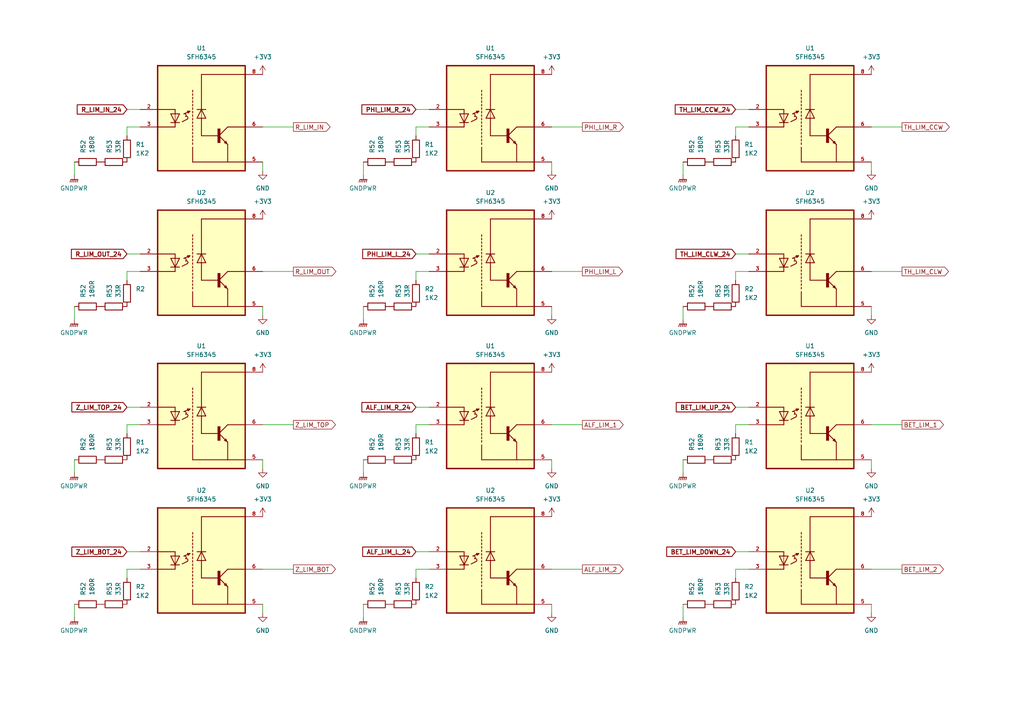
<source format=kicad_sch>
(kicad_sch (version 20230121) (generator eeschema)
  (paper "A4")
  (title_block (title "Karcsi (INDACT Robot Arm) - Limit switch optocouplers") (date "2023-10-07") (rev "1.1") (company "LEGO Kör (legokor.hu)") (comment 1 "Design by Andi Serban & Máté Kovács"))
  (lib_symbols
    (symbol "Device:R" (pin_numbers hide) (pin_names (offset 0))
      (property "Reference" "R" (at 2.032 0 90))
      (property "Value" "R" (at 0 0 90))
      (symbol "R_0_1"
        (rectangle (start -1.016 -2.54) (end 1.016 2.54) (stroke (width 0.254)))
      )
      (symbol "R_1_1"
        (pin passive line (at 0 3.81 270) (length 1.27) (name "~") (number "1"))
        (pin passive line (at 0 -3.81 90) (length 1.27) (name "~") (number "2"))
      )
    )
    (symbol "SFH6345:SFH6345" (pin_names (offset 1.016))
      (property "Reference" "U" (at -5.0864 15.7678 0))
      (property "Value" "SFH6345" (at -5.0899 -17.8145 0))
      (symbol "SFH6345_0_0"
        (rectangle (start -12.7 -15.24) (end 12.7 15.24) (stroke (width 0.4064)) (fill (type background)))
        (arc (start -4.572 0.508) (mid -4.4896 1.1133) (end -5.08 1.27) (stroke (width 0.254)))
        (arc (start -4.064 -0.254) (mid -3.9816 0.3513) (end -4.572 0.508) (stroke (width 0.254)))
        (arc (start -3.81 1.778) (mid -4.4239 1.563) (end -5.08 1.27) (stroke (width 0.254)))
        (polyline (pts (xy -7.62 -2.54) (xy -12.7 -2.54)) (stroke (width 0.254)))
        (polyline (pts (xy -7.62 -1.27) (xy -8.89 -1.27)) (stroke (width 0.254)))
        (polyline (pts (xy -7.62 -1.27) (xy -8.89 1.27)) (stroke (width 0.254)))
        (polyline (pts (xy -7.62 -1.27) (xy -7.62 -2.54)) (stroke (width 0.254)))
        (polyline (pts (xy -7.62 1.27) (xy -8.89 1.27)) (stroke (width 0.254)))
        (polyline (pts (xy -7.62 1.27) (xy -7.62 -1.27)) (stroke (width 0.1524)))
        (polyline (pts (xy -7.62 1.27) (xy -7.62 2.54)) (stroke (width 0.254)))
        (polyline (pts (xy -7.62 2.54) (xy -12.7 2.54)) (stroke (width 0.254)))
        (polyline (pts (xy -6.35 -1.27) (xy -7.62 -1.27)) (stroke (width 0.254)))
        (polyline (pts (xy -6.35 1.27) (xy -7.62 -1.27)) (stroke (width 0.254)))
        (polyline (pts (xy -6.35 1.27) (xy -7.62 1.27)) (stroke (width 0.254)))
        (polyline (pts (xy -5.588 -1.016) (xy -4.064 -0.254)) (stroke (width 0.254)))
        (polyline (pts (xy -4.064 2.032) (xy -3.81 1.524)) (stroke (width 0.254)))
        (polyline (pts (xy -3.81 1.524) (xy -3.556 1.778)) (stroke (width 0.254)))
        (polyline (pts (xy -3.81 1.778) (xy -3.556 1.778)) (stroke (width 0.254)))
        (polyline (pts (xy -3.556 1.778) (xy -3.302 2.032)) (stroke (width 0.254)))
        (polyline (pts (xy -3.302 2.032) (xy -4.064 2.032)) (stroke (width 0.254)))
        (polyline (pts (xy -2.54 -12.7) (xy -2.54 -8.382)) (stroke (width 0.254)))
        (polyline (pts (xy -2.54 -7.62) (xy -2.54 -7.112)) (stroke (width 0.254)))
        (polyline (pts (xy -2.54 -6.604) (xy -2.54 -6.096)) (stroke (width 0.254)))
        (polyline (pts (xy -2.54 -5.588) (xy -2.54 -5.08)) (stroke (width 0.254)))
        (polyline (pts (xy -2.54 -4.572) (xy -2.54 -4.064)) (stroke (width 0.254)))
        (polyline (pts (xy -2.54 -3.556) (xy -2.54 -3.048)) (stroke (width 0.254)))
        (polyline (pts (xy -2.54 -2.54) (xy -2.54 -2.032)) (stroke (width 0.254)))
        (polyline (pts (xy -2.54 -1.524) (xy -2.54 -1.016)) (stroke (width 0.254)))
        (polyline (pts (xy -2.54 -0.508) (xy -2.54 0)) (stroke (width 0.254)))
        (polyline (pts (xy -2.54 0.508) (xy -2.54 1.016)) (stroke (width 0.254)))
        (polyline (pts (xy -2.54 1.524) (xy -2.54 2.032)) (stroke (width 0.254)))
        (polyline (pts (xy -2.54 2.54) (xy -2.54 3.048)) (stroke (width 0.254)))
        (polyline (pts (xy -2.54 3.556) (xy -2.54 4.064)) (stroke (width 0.254)))
        (polyline (pts (xy -2.54 4.572) (xy -2.54 5.08)) (stroke (width 0.254)))
        (polyline (pts (xy -2.54 5.588) (xy -2.54 6.096)) (stroke (width 0.254)))
        (polyline (pts (xy -2.54 6.604) (xy -2.54 7.112)) (stroke (width 0.254)))
        (polyline (pts (xy -2.54 7.62) (xy -2.54 8.128)) (stroke (width 0.254)))
        (polyline (pts (xy -1.27 0) (xy 0 0)) (stroke (width 0.254)))
        (polyline (pts (xy -1.27 0) (xy 0 2.54)) (stroke (width 0.254)))
        (polyline (pts (xy -1.27 2.54) (xy 0 2.54)) (stroke (width 0.254)))
        (polyline (pts (xy 0 -5.08) (xy 5.08 -5.08)) (stroke (width 0.254)))
        (polyline (pts (xy 0 0) (xy 0 -5.08)) (stroke (width 0.254)))
        (polyline (pts (xy 0 0) (xy 0 2.54)) (stroke (width 0.1524)))
        (polyline (pts (xy 0 0) (xy 1.27 0)) (stroke (width 0.254)))
        (polyline (pts (xy 0 2.54) (xy 0 12.7)) (stroke (width 0.254)))
        (polyline (pts (xy 0 2.54) (xy 1.27 0)) (stroke (width 0.254)))
        (polyline (pts (xy 0 2.54) (xy 1.27 2.54)) (stroke (width 0.254)))
        (polyline (pts (xy 0 12.7) (xy 12.7 12.7)) (stroke (width 0.254)))
        (polyline (pts (xy 5.08 -5.08) (xy 7.62 -7.62)) (stroke (width 0.254)))
        (polyline (pts (xy 7.62 -12.7) (xy -2.54 -12.7)) (stroke (width 0.254)))
        (polyline (pts (xy 7.62 -12.7) (xy 12.7 -12.7)) (stroke (width 0.254)))
        (polyline (pts (xy 7.62 -7.62) (xy 7.62 -12.7)) (stroke (width 0.254)))
        (polyline (pts (xy 7.62 -2.54) (xy 5.08 -5.08)) (stroke (width 0.254)))
        (polyline (pts (xy 7.62 -2.54) (xy 12.7 -2.54)) (stroke (width 0.254)))
        (polyline (pts (xy 7.493 -7.493) (xy 7.112 -6.604) (xy 6.604 -7.112) (xy 7.493 -7.493)) (stroke (width 0.1524)) (fill (type outline)))
        (rectangle (start 4.7075 -7.1248) (end 5.461 -3.048) (stroke (width 0.1)) (fill (type outline)))
        (pin passive line (at -17.78 2.54 0) (length 5.08) (name "~") (number "2"))
        (pin passive line (at -17.78 -2.54 0) (length 5.08) (name "~") (number "3"))
        (pin passive line (at 17.78 -12.7 180) (length 5.08) (name "~") (number "5"))
        (pin passive line (at 17.78 -2.54 180) (length 5.08) (name "~") (number "6"))
        (pin power_in line (at 17.78 12.7 180) (length 5.08) (name "~") (number "8"))
      )
    )
    (symbol "power:+3V3" (power) (pin_names (offset 0))
      (property "Value" "+3V3" (at 0 3.556 0))
      (symbol "+3V3_0_1"
        (polyline (pts (xy -0.762 1.27) (xy 0 2.54)))
        (polyline (pts (xy 0 0) (xy 0 2.54)))
        (polyline (pts (xy 0 2.54) (xy 0.762 1.27)))
      )
      (symbol "+3V3_1_1"
        (pin power_in line (at 0 0 90) (length 0) hide (name "+3V3") (number "1"))
      )
    )
    (symbol "power:GND" (power) (pin_names (offset 0))
      (property "Value" "GND" (at 0 -3.81 0))
      (symbol "GND_0_1"
        (polyline (pts (xy 0 0) (xy 0 -1.27) (xy 1.27 -1.27) (xy 0 -2.54) (xy -1.27 -1.27) (xy 0 -1.27)))
      )
      (symbol "GND_1_1"
        (pin power_in line (at 0 0 270) (length 0) hide (name "GND") (number "1"))
      )
    )
    (symbol "power:GNDPWR" (power) (pin_names (offset 0))
      (property "Value" "GNDPWR" (at 0 -3.302 0))
      (symbol "GNDPWR_0_1"
        (polyline (pts (xy 0 -1.27) (xy 0 0)))
        (polyline (pts (xy -1.016 -1.27) (xy -1.27 -2.032) (xy -1.27 -2.032)) (stroke (width 0.2032)))
        (polyline (pts (xy -0.508 -1.27) (xy -0.762 -2.032) (xy -0.762 -2.032)) (stroke (width 0.2032)))
        (polyline (pts (xy 0 -1.27) (xy -0.254 -2.032) (xy -0.254 -2.032)) (stroke (width 0.2032)))
        (polyline (pts (xy 0.508 -1.27) (xy 0.254 -2.032) (xy 0.254 -2.032)) (stroke (width 0.2032)))
        (polyline (pts (xy 1.016 -1.27) (xy -1.016 -1.27) (xy -1.016 -1.27)) (stroke (width 0.2032)))
        (polyline (pts (xy 1.016 -1.27) (xy 0.762 -2.032) (xy 0.762 -2.032) (xy 0.762 -2.032)) (stroke (width 0.2032)))
      )
      (symbol "GNDPWR_1_1"
        (pin power_in line (at 0 0 270) (length 0) hide (name "GNDPWR") (number "1"))
      )
    )
  )
  (wire (pts (xy 160.02 36.83) (xy 168.91 36.83)))
  (wire (pts (xy 124.46 165.1) (xy 120.65 165.1)))
  (wire (pts (xy 160.02 88.9) (xy 160.02 91.44)))
  (wire (pts (xy 120.65 36.83) (xy 120.65 39.37)))
  (wire (pts (xy 36.83 118.11) (xy 40.64 118.11)))
  (wire (pts (xy 160.02 123.19) (xy 168.91 123.19)))
  (wire (pts (xy 252.73 133.35) (xy 252.73 135.89)))
  (wire (pts (xy 105.41 137.16) (xy 105.41 133.35)))
  (wire (pts (xy 105.41 50.8) (xy 105.41 46.99)))
  (wire (pts (xy 252.73 46.99) (xy 252.73 49.53)))
  (wire (pts (xy 76.2 175.26) (xy 76.2 177.8)))
  (wire (pts (xy 120.65 73.66) (xy 124.46 73.66)))
  (wire (pts (xy 120.65 118.11) (xy 124.46 118.11)))
  (wire (pts (xy 252.73 123.19) (xy 261.62 123.19)))
  (wire (pts (xy 76.2 123.19) (xy 85.09 123.19)))
  (wire (pts (xy 120.65 165.1) (xy 120.65 167.64)))
  (wire (pts (xy 76.2 88.9) (xy 76.2 91.44)))
  (wire (pts (xy 213.36 118.11) (xy 217.17 118.11)))
  (wire (pts (xy 213.36 31.75) (xy 217.17 31.75)))
  (wire (pts (xy 40.64 78.74) (xy 36.83 78.74)))
  (wire (pts (xy 36.83 123.19) (xy 36.83 125.73)))
  (wire (pts (xy 76.2 165.1) (xy 85.09 165.1)))
  (wire (pts (xy 76.2 36.83) (xy 85.09 36.83)))
  (wire (pts (xy 36.83 165.1) (xy 36.83 167.64)))
  (wire (pts (xy 105.41 92.71) (xy 105.41 88.9)))
  (wire (pts (xy 21.59 179.07) (xy 21.59 175.26)))
  (wire (pts (xy 105.41 179.07) (xy 105.41 175.26)))
  (wire (pts (xy 21.59 92.71) (xy 21.59 88.9)))
  (wire (pts (xy 120.65 123.19) (xy 120.65 125.73)))
  (wire (pts (xy 252.73 78.74) (xy 261.62 78.74)))
  (wire (pts (xy 213.36 160.02) (xy 217.17 160.02)))
  (wire (pts (xy 76.2 78.74) (xy 85.09 78.74)))
  (wire (pts (xy 120.65 78.74) (xy 120.65 81.28)))
  (wire (pts (xy 36.83 36.83) (xy 36.83 39.37)))
  (wire (pts (xy 40.64 123.19) (xy 36.83 123.19)))
  (wire (pts (xy 213.36 165.1) (xy 213.36 167.64)))
  (wire (pts (xy 217.17 36.83) (xy 213.36 36.83)))
  (wire (pts (xy 160.02 46.99) (xy 160.02 49.53)))
  (wire (pts (xy 36.83 78.74) (xy 36.83 81.28)))
  (wire (pts (xy 36.83 73.66) (xy 40.64 73.66)))
  (wire (pts (xy 160.02 133.35) (xy 160.02 135.89)))
  (wire (pts (xy 120.65 160.02) (xy 124.46 160.02)))
  (wire (pts (xy 160.02 165.1) (xy 168.91 165.1)))
  (wire (pts (xy 252.73 165.1) (xy 261.62 165.1)))
  (wire (pts (xy 252.73 88.9) (xy 252.73 91.44)))
  (wire (pts (xy 36.83 31.75) (xy 40.64 31.75)))
  (wire (pts (xy 217.17 165.1) (xy 213.36 165.1)))
  (wire (pts (xy 124.46 36.83) (xy 120.65 36.83)))
  (wire (pts (xy 252.73 36.83) (xy 261.62 36.83)))
  (wire (pts (xy 160.02 175.26) (xy 160.02 177.8)))
  (wire (pts (xy 76.2 46.99) (xy 76.2 49.53)))
  (wire (pts (xy 124.46 123.19) (xy 120.65 123.19)))
  (wire (pts (xy 124.46 78.74) (xy 120.65 78.74)))
  (wire (pts (xy 21.59 137.16) (xy 21.59 133.35)))
  (wire (pts (xy 213.36 123.19) (xy 213.36 125.73)))
  (wire (pts (xy 120.65 31.75) (xy 124.46 31.75)))
  (wire (pts (xy 213.36 78.74) (xy 213.36 81.28)))
  (wire (pts (xy 160.02 78.74) (xy 168.91 78.74)))
  (wire (pts (xy 40.64 165.1) (xy 36.83 165.1)))
  (wire (pts (xy 217.17 78.74) (xy 213.36 78.74)))
  (wire (pts (xy 198.12 50.8) (xy 198.12 46.99)))
  (wire (pts (xy 213.36 73.66) (xy 217.17 73.66)))
  (wire (pts (xy 213.36 36.83) (xy 213.36 39.37)))
  (wire (pts (xy 40.64 36.83) (xy 36.83 36.83)))
  (wire (pts (xy 252.73 175.26) (xy 252.73 177.8)))
  (wire (pts (xy 217.17 123.19) (xy 213.36 123.19)))
  (wire (pts (xy 21.59 50.8) (xy 21.59 46.99)))
  (wire (pts (xy 36.83 160.02) (xy 40.64 160.02)))
  (wire (pts (xy 198.12 92.71) (xy 198.12 88.9)))
  (wire (pts (xy 198.12 179.07) (xy 198.12 175.26)))
  (wire (pts (xy 76.2 133.35) (xy 76.2 135.89)))
  (wire (pts (xy 198.12 137.16) (xy 198.12 133.35)))
  (global_label "Z_LIM_BOT" (shape output) (at 85.09 165.1 0) (property "Intersheetrefs" "${INTERSHEET_REFS}" (at 97.8723 165.1 0) (effects (justify left))))
  (global_label "ALF_LIM_L_24" (shape input) (at 120.65 160.02 180) (effects (font bold)) (property "Intersheetrefs" "${INTERSHEET_REFS}" (at 104.5493 160.655 0) (effects (justify right))))
  (global_label "TH_LIM_CCW" (shape output) (at 261.62 36.83 0) (property "Intersheetrefs" "${INTERSHEET_REFS}" (at 275.9142 36.83 0) (effects (justify left))))
  (global_label "ALF_LIM_1" (shape output) (at 168.91 123.19 0) (property "Intersheetrefs" "${INTERSHEET_REFS}" (at 181.3295 123.19 0) (effects (justify left))))
  (global_label "PHI_LIM_L_24" (shape input) (at 120.65 73.66 180) (effects (font bold)) (property "Intersheetrefs" "${INTERSHEET_REFS}" (at 104.5493 74.295 0) (effects (justify right))))
  (global_label "TH_LIM_CCW_24" (shape input) (at 213.36 31.75 180) (effects (font bold)) (property "Intersheetrefs" "${INTERSHEET_REFS}" (at 195.2032 31.75 0) (effects (justify right))))
  (global_label "Z_LIM_BOT_24" (shape input) (at 36.83 160.02 180) (effects (font bold)) (property "Intersheetrefs" "${INTERSHEET_REFS}" (at 20.1851 160.02 0) (effects (justify right))))
  (global_label "PHI_LIM_L" (shape output) (at 168.91 78.74 0) (property "Intersheetrefs" "${INTERSHEET_REFS}" (at 181.1481 78.74 0) (effects (justify left))))
  (global_label "BET_LIM_2" (shape output) (at 261.62 165.1 0) (property "Intersheetrefs" "${INTERSHEET_REFS}" (at 274.2208 165.1 0) (effects (justify left))))
  (global_label "BET_LIM_DOWN_24" (shape input) (at 213.36 160.02 180) (effects (font bold)) (property "Intersheetrefs" "${INTERSHEET_REFS}" (at 192.7237 160.02 0) (effects (justify right))))
  (global_label "R_LIM_OUT_24" (shape input) (at 36.83 73.66 180) (effects (font bold)) (property "Intersheetrefs" "${INTERSHEET_REFS}" (at 20.0641 73.66 0) (effects (justify right))))
  (global_label "TH_LIM_CLW_24" (shape input) (at 213.36 73.66 180) (effects (font bold)) (property "Intersheetrefs" "${INTERSHEET_REFS}" (at 195.4451 73.66 0) (effects (justify right))))
  (global_label "R_LIM_IN_24" (shape input) (at 36.83 31.75 180) (effects (font bold)) (property "Intersheetrefs" "${INTERSHEET_REFS}" (at 21.7574 31.75 0) (effects (justify right))))
  (global_label "R_LIM_OUT" (shape output) (at 85.09 78.74 0) (property "Intersheetrefs" "${INTERSHEET_REFS}" (at 97.9933 78.74 0) (effects (justify left))))
  (global_label "Z_LIM_TOP_24" (shape input) (at 36.83 118.11 180) (effects (font bold)) (property "Intersheetrefs" "${INTERSHEET_REFS}" (at 20.1851 118.11 0) (effects (justify right))))
  (global_label "TH_LIM_CLW" (shape output) (at 261.62 78.74 0) (property "Intersheetrefs" "${INTERSHEET_REFS}" (at 275.6723 78.74 0) (effects (justify left))))
  (global_label "PHI_LIM_R" (shape output) (at 168.91 36.83 0) (property "Intersheetrefs" "${INTERSHEET_REFS}" (at 181.39 36.83 0) (effects (justify left))))
  (global_label "PHI_LIM_R_24" (shape input) (at 120.65 31.75 180) (effects (font bold)) (property "Intersheetrefs" "${INTERSHEET_REFS}" (at 104.3074 32.385 0) (effects (justify right))))
  (global_label "ALF_LIM_R_24" (shape input) (at 120.65 118.11 180) (effects (font bold)) (property "Intersheetrefs" "${INTERSHEET_REFS}" (at 104.3074 118.745 0) (effects (justify right))))
  (global_label "Z_LIM_TOP" (shape output) (at 85.09 123.19 0) (property "Intersheetrefs" "${INTERSHEET_REFS}" (at 97.8723 123.19 0) (effects (justify left))))
  (global_label "R_LIM_IN" (shape output) (at 85.09 36.83 0) (property "Intersheetrefs" "${INTERSHEET_REFS}" (at 96.3 36.83 0) (effects (justify left))))
  (global_label "ALF_LIM_2" (shape output) (at 168.91 165.1 0) (property "Intersheetrefs" "${INTERSHEET_REFS}" (at 181.3295 165.1 0) (effects (justify left))))
  (global_label "BET_LIM_1" (shape output) (at 261.62 123.19 0) (property "Intersheetrefs" "${INTERSHEET_REFS}" (at 274.2208 123.19 0) (effects (justify left))))
  (global_label "BET_LIM_UP_24" (shape input) (at 213.36 118.11 180) (effects (font bold)) (property "Intersheetrefs" "${INTERSHEET_REFS}" (at 195.5056 118.11 0) (effects (justify right))))
  (symbol (lib_id "SFH6345:SFH6345") (at 234.95 120.65 0) (unit 1)
    (property "Reference" "U1" (at 234.95 100.33 0))
    (property "Value" "SFH6345" (at 234.95 102.87 0))
    (property "Footprint" "SFH6345:DIP762W50P254L977H451Q8" (effects hide))
    (property "MF" "Vishay Semiconductor" (effects hide))
    (property "Description" "\nSFH6345 DC Input Transistor Output Optocoupler, Through Hole, 8-Pin PDIP | Vishay / Small Signal & Opto Products (SSP) SFH6345\n" (effects hide))
    (property "Package" "DIP-8 Fairchild Semiconductor" (effects hide))
    (property "Price" "None" (effects hide))
    (property "Check_prices" "https://www.snapeda.com/parts/SFH6345/Vishay+Semiconductor+Opto+Division/view-part/?ref=eda" (effects hide))
    (property "SnapEDA_Link" "https://www.snapeda.com/parts/SFH6345/Vishay+Semiconductor+Opto+Division/view-part/?ref=snap" (effects hide))
    (property "MP" "SFH6345" (effects hide))
    (property "Purchase-URL" "https://www.snapeda.com/api/url_track_click_mouser/?unipart_id=292918&manufacturer=Vishay Semiconductor&part_name=SFH6345&search_term=None" (effects hide))
    (property "Availability" "In Stock" (effects hide))
    (property "MANUFACTURER" "VISHAY" (effects hide))
    (instances (project "INDACT_baseboard" (path "" (reference "U1") (unit 1)) (path "" (reference "U34") (unit 1))))
  )
  (symbol (lib_id "Device:R") (at 25.4 133.35 90) (unit 1)
    (property "Reference" "R52" (at 24.13 130.81 0) (effects (justify left)))
    (property "Value" "180R" (at 26.67 130.81 0) (effects (justify left)))
    (property "Footprint" "Resistor_SMD:R_0805_2012Metric_Pad1.20x1.40mm_HandSolder" (effects hide))
    (instances (project "INDACT_baseboard" (path "" (reference "R52") (unit 1)) (path "" (reference "R71") (unit 1))))
  )
  (symbol (lib_id "Device:R") (at 209.55 175.26 90) (unit 1)
    (property "Reference" "R53" (at 208.28 172.72 0) (effects (justify left)))
    (property "Value" "33R" (at 210.82 172.72 0) (effects (justify left)))
    (property "Footprint" "Resistor_SMD:R_0805_2012Metric_Pad1.20x1.40mm_HandSolder" (effects hide))
    (instances (project "INDACT_baseboard" (path "" (reference "R53") (unit 1)) (path "" (reference "R100") (unit 1))))
  )
  (symbol (lib_id "power:+3V3") (at 160.02 63.5 0) (unit 1)
    (property "Reference" "#PWR016" (effects hide))
    (property "Value" "+3V3" (at 160.02 58.42 0))
    (instances (project "INDACT_baseboard" (path "" (reference "#PWR016") (unit 1)) (path "" (reference "#PWR0149") (unit 1))))
  )
  (symbol (lib_id "power:GND") (at 76.2 135.89 0) (unit 1)
    (property "Reference" "#PWR032" (effects hide))
    (property "Value" "GND" (at 76.2 140.97 0))
    (instances (project "INDACT_baseboard" (path "" (reference "#PWR032") (unit 1)) (path "" (reference "#PWR0140") (unit 1))))
  )
  (symbol (lib_id "Device:R") (at 25.4 46.99 90) (unit 1)
    (property "Reference" "R52" (at 24.13 44.45 0) (effects (justify left)))
    (property "Value" "180R" (at 26.67 44.45 0) (effects (justify left)))
    (property "Footprint" "Resistor_SMD:R_0805_2012Metric_Pad1.20x1.40mm_HandSolder" (effects hide))
    (instances (project "INDACT_baseboard" (path "" (reference "R52") (unit 1)) (path "" (reference "R69") (unit 1))))
  )
  (symbol (lib_id "Device:R") (at 209.55 133.35 90) (unit 1)
    (property "Reference" "R53" (at 208.28 130.81 0) (effects (justify left)))
    (property "Value" "33R" (at 210.82 130.81 0) (effects (justify left)))
    (property "Footprint" "Resistor_SMD:R_0805_2012Metric_Pad1.20x1.40mm_HandSolder" (effects hide))
    (instances (project "INDACT_baseboard" (path "" (reference "R53") (unit 1)) (path "" (reference "R99") (unit 1))))
  )
  (symbol (lib_id "Device:R") (at 33.02 46.99 90) (unit 1)
    (property "Reference" "R53" (at 31.75 44.45 0) (effects (justify left)))
    (property "Value" "33R" (at 34.29 44.45 0) (effects (justify left)))
    (property "Footprint" "Resistor_SMD:R_0805_2012Metric_Pad1.20x1.40mm_HandSolder" (effects hide))
    (instances (project "INDACT_baseboard" (path "" (reference "R53") (unit 1)) (path "" (reference "R73") (unit 1))))
  )
  (symbol (lib_id "power:+3V3") (at 160.02 149.86 0) (unit 1)
    (property "Reference" "#PWR016" (effects hide))
    (property "Value" "+3V3" (at 160.02 144.78 0))
    (instances (project "INDACT_baseboard" (path "" (reference "#PWR016") (unit 1)) (path "" (reference "#PWR0153") (unit 1))))
  )
  (symbol (lib_id "Device:R") (at 213.36 43.18 0) (unit 1)
    (property "Reference" "R1" (at 215.9 41.91 0) (effects (justify left)))
    (property "Value" "1K2" (at 215.9 44.45 0) (effects (justify left)))
    (property "Footprint" "Resistor_SMD:R_0805_2012Metric_Pad1.20x1.40mm_HandSolder" (effects hide))
    (instances (project "INDACT_baseboard" (path "" (reference "R1") (unit 1)) (path "" (reference "R101") (unit 1))))
  )
  (symbol (lib_id "power:GND") (at 160.02 177.8 0) (unit 1)
    (property "Reference" "#PWR017" (effects hide))
    (property "Value" "GND" (at 160.02 182.88 0))
    (instances (project "INDACT_baseboard" (path "" (reference "#PWR017") (unit 1)) (path "" (reference "#PWR0154") (unit 1))))
  )
  (symbol (lib_id "Device:R") (at 213.36 171.45 0) (unit 1)
    (property "Reference" "R2" (at 215.9 170.18 0) (effects (justify left)))
    (property "Value" "1K2" (at 215.9 172.72 0) (effects (justify left)))
    (property "Footprint" "Resistor_SMD:R_0805_2012Metric_Pad1.20x1.40mm_HandSolder" (effects hide))
    (instances (project "INDACT_baseboard" (path "" (reference "R2") (unit 1)) (path "" (reference "R104") (unit 1))))
  )
  (symbol (lib_id "power:GND") (at 76.2 49.53 0) (unit 1)
    (property "Reference" "#PWR032" (effects hide))
    (property "Value" "GND" (at 76.2 54.61 0))
    (instances (project "INDACT_baseboard" (path "" (reference "#PWR032") (unit 1)) (path "" (reference "#PWR0136") (unit 1))))
  )
  (symbol (lib_id "Device:R") (at 120.65 85.09 0) (unit 1)
    (property "Reference" "R2" (at 123.19 83.82 0) (effects (justify left)))
    (property "Value" "1K2" (at 123.19 86.36 0) (effects (justify left)))
    (property "Footprint" "Resistor_SMD:R_0805_2012Metric_Pad1.20x1.40mm_HandSolder" (effects hide))
    (instances (project "INDACT_baseboard" (path "" (reference "R2") (unit 1)) (path "" (reference "R90") (unit 1))))
  )
  (symbol (lib_id "Device:R") (at 36.83 43.18 0) (unit 1)
    (property "Reference" "R1" (at 39.37 41.91 0) (effects (justify left)))
    (property "Value" "1K2" (at 39.37 44.45 0) (effects (justify left)))
    (property "Footprint" "Resistor_SMD:R_0805_2012Metric_Pad1.20x1.40mm_HandSolder" (effects hide))
    (instances (project "INDACT_baseboard" (path "" (reference "R1") (unit 1)) (path "" (reference "R77") (unit 1))))
  )
  (symbol (lib_id "SFH6345:SFH6345") (at 142.24 162.56 0) (unit 1)
    (property "Reference" "U2" (at 142.24 142.24 0))
    (property "Value" "SFH6345" (at 142.24 144.78 0))
    (property "Footprint" "SFH6345:DIP762W50P254L977H451Q8" (effects hide))
    (property "MF" "Vishay Semiconductor" (effects hide))
    (property "Description" "\nSFH6345 DC Input Transistor Output Optocoupler, Through Hole, 8-Pin PDIP | Vishay / Small Signal & Opto Products (SSP) SFH6345\n" (effects hide))
    (property "Package" "DIP-8 Fairchild Semiconductor" (effects hide))
    (property "Price" "None" (effects hide))
    (property "Check_prices" "https://www.snapeda.com/parts/SFH6345/Vishay+Semiconductor+Opto+Division/view-part/?ref=eda" (effects hide))
    (property "SnapEDA_Link" "https://www.snapeda.com/parts/SFH6345/Vishay+Semiconductor+Opto+Division/view-part/?ref=snap" (effects hide))
    (property "MP" "SFH6345" (effects hide))
    (property "Purchase-URL" "https://www.snapeda.com/api/url_track_click_mouser/?unipart_id=292918&manufacturer=Vishay Semiconductor&part_name=SFH6345&search_term=None" (effects hide))
    (property "Availability" "In Stock" (effects hide))
    (property "MANUFACTURER" "VISHAY" (effects hide))
    (instances (project "INDACT_baseboard" (path "" (reference "U2") (unit 1)) (path "" (reference "U31") (unit 1))))
  )
  (symbol (lib_id "power:+3V3") (at 252.73 21.59 0) (unit 1)
    (property "Reference" "#PWR015" (effects hide))
    (property "Value" "+3V3" (at 252.73 16.51 0))
    (instances (project "INDACT_baseboard" (path "" (reference "#PWR015") (unit 1)) (path "" (reference "#PWR0159") (unit 1))))
  )
  (symbol (lib_id "power:GND") (at 160.02 91.44 0) (unit 1)
    (property "Reference" "#PWR017" (effects hide))
    (property "Value" "GND" (at 160.02 96.52 0))
    (instances (project "INDACT_baseboard" (path "" (reference "#PWR017") (unit 1)) (path "" (reference "#PWR0150") (unit 1))))
  )
  (symbol (lib_id "Device:R") (at 201.93 175.26 90) (unit 1)
    (property "Reference" "R52" (at 200.66 172.72 0) (effects (justify left)))
    (property "Value" "180R" (at 203.2 172.72 0) (effects (justify left)))
    (property "Footprint" "Resistor_SMD:R_0805_2012Metric_Pad1.20x1.40mm_HandSolder" (effects hide))
    (instances (project "INDACT_baseboard" (path "" (reference "R52") (unit 1)) (path "" (reference "R96") (unit 1))))
  )
  (symbol (lib_id "SFH6345:SFH6345") (at 142.24 76.2 0) (unit 1)
    (property "Reference" "U2" (at 142.24 55.88 0))
    (property "Value" "SFH6345" (at 142.24 58.42 0))
    (property "Footprint" "SFH6345:DIP762W50P254L977H451Q8" (effects hide))
    (property "MF" "Vishay Semiconductor" (effects hide))
    (property "Description" "\nSFH6345 DC Input Transistor Output Optocoupler, Through Hole, 8-Pin PDIP | Vishay / Small Signal & Opto Products (SSP) SFH6345\n" (effects hide))
    (property "Package" "DIP-8 Fairchild Semiconductor" (effects hide))
    (property "Price" "None" (effects hide))
    (property "Check_prices" "https://www.snapeda.com/parts/SFH6345/Vishay+Semiconductor+Opto+Division/view-part/?ref=eda" (effects hide))
    (property "SnapEDA_Link" "https://www.snapeda.com/parts/SFH6345/Vishay+Semiconductor+Opto+Division/view-part/?ref=snap" (effects hide))
    (property "MP" "SFH6345" (effects hide))
    (property "Purchase-URL" "https://www.snapeda.com/api/url_track_click_mouser/?unipart_id=292918&manufacturer=Vishay Semiconductor&part_name=SFH6345&search_term=None" (effects hide))
    (property "Availability" "In Stock" (effects hide))
    (property "MANUFACTURER" "VISHAY" (effects hide))
    (instances (project "INDACT_baseboard" (path "" (reference "U2") (unit 1)) (path "" (reference "U29") (unit 1))))
  )
  (symbol (lib_id "Device:R") (at 33.02 133.35 90) (unit 1)
    (property "Reference" "R53" (at 31.75 130.81 0) (effects (justify left)))
    (property "Value" "33R" (at 34.29 130.81 0) (effects (justify left)))
    (property "Footprint" "Resistor_SMD:R_0805_2012Metric_Pad1.20x1.40mm_HandSolder" (effects hide))
    (instances (project "INDACT_baseboard" (path "" (reference "R53") (unit 1)) (path "" (reference "R75") (unit 1))))
  )
  (symbol (lib_id "SFH6345:SFH6345") (at 234.95 162.56 0) (unit 1)
    (property "Reference" "U2" (at 234.95 142.24 0))
    (property "Value" "SFH6345" (at 234.95 144.78 0))
    (property "Footprint" "SFH6345:DIP762W50P254L977H451Q8" (effects hide))
    (property "MF" "Vishay Semiconductor" (effects hide))
    (property "Description" "\nSFH6345 DC Input Transistor Output Optocoupler, Through Hole, 8-Pin PDIP | Vishay / Small Signal & Opto Products (SSP) SFH6345\n" (effects hide))
    (property "Package" "DIP-8 Fairchild Semiconductor" (effects hide))
    (property "Price" "None" (effects hide))
    (property "Check_prices" "https://www.snapeda.com/parts/SFH6345/Vishay+Semiconductor+Opto+Division/view-part/?ref=eda" (effects hide))
    (property "SnapEDA_Link" "https://www.snapeda.com/parts/SFH6345/Vishay+Semiconductor+Opto+Division/view-part/?ref=snap" (effects hide))
    (property "MP" "SFH6345" (effects hide))
    (property "Purchase-URL" "https://www.snapeda.com/api/url_track_click_mouser/?unipart_id=292918&manufacturer=Vishay Semiconductor&part_name=SFH6345&search_term=None" (effects hide))
    (property "Availability" "In Stock" (effects hide))
    (property "MANUFACTURER" "VISHAY" (effects hide))
    (instances (project "INDACT_baseboard" (path "" (reference "U2") (unit 1)) (path "" (reference "U35") (unit 1))))
  )
  (symbol (lib_id "power:GNDPWR") (at 21.59 50.8 0) (unit 1)
    (property "Reference" "#PWR068" (effects hide))
    (property "Value" "GNDPWR" (at 21.463 54.61 0))
    (instances (project "INDACT_baseboard" (path "" (reference "#PWR068") (unit 1)) (path "" (reference "#PWR0131") (unit 1))))
  )
  (symbol (lib_id "Device:R") (at 209.55 46.99 90) (unit 1)
    (property "Reference" "R53" (at 208.28 44.45 0) (effects (justify left)))
    (property "Value" "33R" (at 210.82 44.45 0) (effects (justify left)))
    (property "Footprint" "Resistor_SMD:R_0805_2012Metric_Pad1.20x1.40mm_HandSolder" (effects hide))
    (instances (project "INDACT_baseboard" (path "" (reference "R53") (unit 1)) (path "" (reference "R97") (unit 1))))
  )
  (symbol (lib_id "power:+3V3") (at 76.2 149.86 0) (unit 1)
    (property "Reference" "#PWR016" (effects hide))
    (property "Value" "+3V3" (at 76.2 144.78 0))
    (instances (project "INDACT_baseboard" (path "" (reference "#PWR016") (unit 1)) (path "" (reference "#PWR0141") (unit 1))))
  )
  (symbol (lib_id "power:GNDPWR") (at 21.59 137.16 0) (unit 1)
    (property "Reference" "#PWR068" (effects hide))
    (property "Value" "GNDPWR" (at 21.463 140.97 0))
    (instances (project "INDACT_baseboard" (path "" (reference "#PWR068") (unit 1)) (path "" (reference "#PWR0133") (unit 1))))
  )
  (symbol (lib_id "Device:R") (at 33.02 88.9 90) (unit 1)
    (property "Reference" "R53" (at 31.75 86.36 0) (effects (justify left)))
    (property "Value" "33R" (at 34.29 86.36 0) (effects (justify left)))
    (property "Footprint" "Resistor_SMD:R_0805_2012Metric_Pad1.20x1.40mm_HandSolder" (effects hide))
    (instances (project "INDACT_baseboard" (path "" (reference "R53") (unit 1)) (path "" (reference "R74") (unit 1))))
  )
  (symbol (lib_id "power:+3V3") (at 76.2 107.95 0) (unit 1)
    (property "Reference" "#PWR015" (effects hide))
    (property "Value" "+3V3" (at 76.2 102.87 0))
    (instances (project "INDACT_baseboard" (path "" (reference "#PWR015") (unit 1)) (path "" (reference "#PWR0139") (unit 1))))
  )
  (symbol (lib_id "power:+3V3") (at 252.73 107.95 0) (unit 1)
    (property "Reference" "#PWR015" (effects hide))
    (property "Value" "+3V3" (at 252.73 102.87 0))
    (instances (project "INDACT_baseboard" (path "" (reference "#PWR015") (unit 1)) (path "" (reference "#PWR0163") (unit 1))))
  )
  (symbol (lib_id "power:+3V3") (at 76.2 21.59 0) (unit 1)
    (property "Reference" "#PWR015" (effects hide))
    (property "Value" "+3V3" (at 76.2 16.51 0))
    (instances (project "INDACT_baseboard" (path "" (reference "#PWR015") (unit 1)) (path "" (reference "#PWR0135") (unit 1))))
  )
  (symbol (lib_id "SFH6345:SFH6345") (at 142.24 34.29 0) (unit 1)
    (property "Reference" "U1" (at 142.24 13.97 0))
    (property "Value" "SFH6345" (at 142.24 16.51 0))
    (property "Footprint" "SFH6345:DIP762W50P254L977H451Q8" (effects hide))
    (property "MF" "Vishay Semiconductor" (effects hide))
    (property "Description" "\nSFH6345 DC Input Transistor Output Optocoupler, Through Hole, 8-Pin PDIP | Vishay / Small Signal & Opto Products (SSP) SFH6345\n" (effects hide))
    (property "Package" "DIP-8 Fairchild Semiconductor" (effects hide))
    (property "Price" "None" (effects hide))
    (property "Check_prices" "https://www.snapeda.com/parts/SFH6345/Vishay+Semiconductor+Opto+Division/view-part/?ref=eda" (effects hide))
    (property "SnapEDA_Link" "https://www.snapeda.com/parts/SFH6345/Vishay+Semiconductor+Opto+Division/view-part/?ref=snap" (effects hide))
    (property "MP" "SFH6345" (effects hide))
    (property "Purchase-URL" "https://www.snapeda.com/api/url_track_click_mouser/?unipart_id=292918&manufacturer=Vishay Semiconductor&part_name=SFH6345&search_term=None" (effects hide))
    (property "Availability" "In Stock" (effects hide))
    (property "MANUFACTURER" "VISHAY" (effects hide))
    (instances (project "INDACT_baseboard" (path "" (reference "U1") (unit 1)) (path "" (reference "U28") (unit 1))))
  )
  (symbol (lib_id "Device:R") (at 109.22 88.9 90) (unit 1)
    (property "Reference" "R52" (at 107.95 86.36 0) (effects (justify left)))
    (property "Value" "180R" (at 110.49 86.36 0) (effects (justify left)))
    (property "Footprint" "Resistor_SMD:R_0805_2012Metric_Pad1.20x1.40mm_HandSolder" (effects hide))
    (instances (project "INDACT_baseboard" (path "" (reference "R52") (unit 1)) (path "" (reference "R82") (unit 1))))
  )
  (symbol (lib_id "SFH6345:SFH6345") (at 142.24 120.65 0) (unit 1)
    (property "Reference" "U1" (at 142.24 100.33 0))
    (property "Value" "SFH6345" (at 142.24 102.87 0))
    (property "Footprint" "SFH6345:DIP762W50P254L977H451Q8" (effects hide))
    (property "MF" "Vishay Semiconductor" (effects hide))
    (property "Description" "\nSFH6345 DC Input Transistor Output Optocoupler, Through Hole, 8-Pin PDIP | Vishay / Small Signal & Opto Products (SSP) SFH6345\n" (effects hide))
    (property "Package" "DIP-8 Fairchild Semiconductor" (effects hide))
    (property "Price" "None" (effects hide))
    (property "Check_prices" "https://www.snapeda.com/parts/SFH6345/Vishay+Semiconductor+Opto+Division/view-part/?ref=eda" (effects hide))
    (property "SnapEDA_Link" "https://www.snapeda.com/parts/SFH6345/Vishay+Semiconductor+Opto+Division/view-part/?ref=snap" (effects hide))
    (property "MP" "SFH6345" (effects hide))
    (property "Purchase-URL" "https://www.snapeda.com/api/url_track_click_mouser/?unipart_id=292918&manufacturer=Vishay Semiconductor&part_name=SFH6345&search_term=None" (effects hide))
    (property "Availability" "In Stock" (effects hide))
    (property "MANUFACTURER" "VISHAY" (effects hide))
    (instances (project "INDACT_baseboard" (path "" (reference "U1") (unit 1)) (path "" (reference "U30") (unit 1))))
  )
  (symbol (lib_id "power:+3V3") (at 160.02 21.59 0) (unit 1)
    (property "Reference" "#PWR015" (effects hide))
    (property "Value" "+3V3" (at 160.02 16.51 0))
    (instances (project "INDACT_baseboard" (path "" (reference "#PWR015") (unit 1)) (path "" (reference "#PWR0147") (unit 1))))
  )
  (symbol (lib_id "Device:R") (at 36.83 85.09 0) (unit 1)
    (property "Reference" "R2" (at 39.37 83.82 0) (effects (justify left)))
    (property "Value" "1K2" (effects hide))
    (property "Footprint" "Resistor_SMD:R_0805_2012Metric_Pad1.20x1.40mm_HandSolder" (effects hide))
    (instances (project "INDACT_baseboard" (path "" (reference "R2") (unit 1)) (path "" (reference "R78") (unit 1))))
  )
  (symbol (lib_id "Device:R") (at 116.84 88.9 90) (unit 1)
    (property "Reference" "R53" (at 115.57 86.36 0) (effects (justify left)))
    (property "Value" "33R" (at 118.11 86.36 0) (effects (justify left)))
    (property "Footprint" "Resistor_SMD:R_0805_2012Metric_Pad1.20x1.40mm_HandSolder" (effects hide))
    (instances (project "INDACT_baseboard" (path "" (reference "R53") (unit 1)) (path "" (reference "R86") (unit 1))))
  )
  (symbol (lib_id "power:+3V3") (at 252.73 63.5 0) (unit 1)
    (property "Reference" "#PWR016" (effects hide))
    (property "Value" "+3V3" (at 252.73 58.42 0))
    (instances (project "INDACT_baseboard" (path "" (reference "#PWR016") (unit 1)) (path "" (reference "#PWR0161") (unit 1))))
  )
  (symbol (lib_id "SFH6345:SFH6345") (at 58.42 120.65 0) (unit 1)
    (property "Reference" "U1" (at 58.42 100.33 0))
    (property "Value" "SFH6345" (at 58.42 102.87 0))
    (property "Footprint" "SFH6345:DIP762W50P254L977H451Q8" (effects hide))
    (property "MF" "Vishay Semiconductor" (effects hide))
    (property "Description" "\nSFH6345 DC Input Transistor Output Optocoupler, Through Hole, 8-Pin PDIP | Vishay / Small Signal & Opto Products (SSP) SFH6345\n" (effects hide))
    (property "Package" "DIP-8 Fairchild Semiconductor" (effects hide))
    (property "Price" "None" (effects hide))
    (property "Check_prices" "https://www.snapeda.com/parts/SFH6345/Vishay+Semiconductor+Opto+Division/view-part/?ref=eda" (effects hide))
    (property "SnapEDA_Link" "https://www.snapeda.com/parts/SFH6345/Vishay+Semiconductor+Opto+Division/view-part/?ref=snap" (effects hide))
    (property "MP" "SFH6345" (effects hide))
    (property "Purchase-URL" "https://www.snapeda.com/api/url_track_click_mouser/?unipart_id=292918&manufacturer=Vishay Semiconductor&part_name=SFH6345&search_term=None" (effects hide))
    (property "Availability" "In Stock" (effects hide))
    (property "MANUFACTURER" "VISHAY" (effects hide))
    (instances (project "INDACT_baseboard" (path "" (reference "U1") (unit 1)) (path "" (reference "U26") (unit 1))))
  )
  (symbol (lib_id "Device:R") (at 109.22 46.99 90) (unit 1)
    (property "Reference" "R52" (at 107.95 44.45 0) (effects (justify left)))
    (property "Value" "180R" (at 110.49 44.45 0) (effects (justify left)))
    (property "Footprint" "Resistor_SMD:R_0805_2012Metric_Pad1.20x1.40mm_HandSolder" (effects hide))
    (instances (project "INDACT_baseboard" (path "" (reference "R52") (unit 1)) (path "" (reference "R81") (unit 1))))
  )
  (symbol (lib_id "power:GNDPWR") (at 198.12 179.07 0) (unit 1)
    (property "Reference" "#PWR068" (effects hide))
    (property "Value" "GNDPWR" (at 197.993 182.88 0))
    (instances (project "INDACT_baseboard" (path "" (reference "#PWR068") (unit 1)) (path "" (reference "#PWR0158") (unit 1))))
  )
  (symbol (lib_id "SFH6345:SFH6345") (at 234.95 34.29 0) (unit 1)
    (property "Reference" "U1" (at 234.95 13.97 0))
    (property "Value" "SFH6345" (at 234.95 16.51 0))
    (property "Footprint" "SFH6345:DIP762W50P254L977H451Q8" (effects hide))
    (property "MF" "Vishay Semiconductor" (effects hide))
    (property "Description" "\nSFH6345 DC Input Transistor Output Optocoupler, Through Hole, 8-Pin PDIP | Vishay / Small Signal & Opto Products (SSP) SFH6345\n" (effects hide))
    (property "Package" "DIP-8 Fairchild Semiconductor" (effects hide))
    (property "Price" "None" (effects hide))
    (property "Check_prices" "https://www.snapeda.com/parts/SFH6345/Vishay+Semiconductor+Opto+Division/view-part/?ref=eda" (effects hide))
    (property "SnapEDA_Link" "https://www.snapeda.com/parts/SFH6345/Vishay+Semiconductor+Opto+Division/view-part/?ref=snap" (effects hide))
    (property "MP" "SFH6345" (effects hide))
    (property "Purchase-URL" "https://www.snapeda.com/api/url_track_click_mouser/?unipart_id=292918&manufacturer=Vishay Semiconductor&part_name=SFH6345&search_term=None" (effects hide))
    (property "Availability" "In Stock" (effects hide))
    (property "MANUFACTURER" "VISHAY" (effects hide))
    (instances (project "INDACT_baseboard" (path "" (reference "U1") (unit 1)) (path "" (reference "U32") (unit 1))))
  )
  (symbol (lib_id "Device:R") (at 116.84 133.35 90) (unit 1)
    (property "Reference" "R53" (at 115.57 130.81 0) (effects (justify left)))
    (property "Value" "33R" (at 118.11 130.81 0) (effects (justify left)))
    (property "Footprint" "Resistor_SMD:R_0805_2012Metric_Pad1.20x1.40mm_HandSolder" (effects hide))
    (instances (project "INDACT_baseboard" (path "" (reference "R53") (unit 1)) (path "" (reference "R87") (unit 1))))
  )
  (symbol (lib_id "power:+3V3") (at 160.02 107.95 0) (unit 1)
    (property "Reference" "#PWR015" (effects hide))
    (property "Value" "+3V3" (at 160.02 102.87 0))
    (instances (project "INDACT_baseboard" (path "" (reference "#PWR015") (unit 1)) (path "" (reference "#PWR0151") (unit 1))))
  )
  (symbol (lib_id "power:+3V3") (at 252.73 149.86 0) (unit 1)
    (property "Reference" "#PWR016" (effects hide))
    (property "Value" "+3V3" (at 252.73 144.78 0))
    (instances (project "INDACT_baseboard" (path "" (reference "#PWR016") (unit 1)) (path "" (reference "#PWR0165") (unit 1))))
  )
  (symbol (lib_id "Device:R") (at 120.65 129.54 0) (unit 1)
    (property "Reference" "R1" (at 123.19 128.27 0) (effects (justify left)))
    (property "Value" "1K2" (at 123.19 130.81 0) (effects (justify left)))
    (property "Footprint" "Resistor_SMD:R_0805_2012Metric_Pad1.20x1.40mm_HandSolder" (effects hide))
    (instances (project "INDACT_baseboard" (path "" (reference "R1") (unit 1)) (path "" (reference "R91") (unit 1))))
  )
  (symbol (lib_id "power:GNDPWR") (at 198.12 50.8 0) (unit 1)
    (property "Reference" "#PWR068" (effects hide))
    (property "Value" "GNDPWR" (at 197.993 54.61 0))
    (instances (project "INDACT_baseboard" (path "" (reference "#PWR068") (unit 1)) (path "" (reference "#PWR0155") (unit 1))))
  )
  (symbol (lib_id "Device:R") (at 36.83 171.45 0) (unit 1)
    (property "Reference" "R2" (at 39.37 170.18 0) (effects (justify left)))
    (property "Value" "1K2" (at 39.37 172.72 0) (effects (justify left)))
    (property "Footprint" "Resistor_SMD:R_0805_2012Metric_Pad1.20x1.40mm_HandSolder" (effects hide))
    (instances (project "INDACT_baseboard" (path "" (reference "R2") (unit 1)) (path "" (reference "R80") (unit 1))))
  )
  (symbol (lib_id "SFH6345:SFH6345") (at 234.95 76.2 0) (unit 1)
    (property "Reference" "U2" (at 234.95 55.88 0))
    (property "Value" "SFH6345" (at 234.95 58.42 0))
    (property "Footprint" "SFH6345:DIP762W50P254L977H451Q8" (effects hide))
    (property "MF" "Vishay Semiconductor" (effects hide))
    (property "Description" "\nSFH6345 DC Input Transistor Output Optocoupler, Through Hole, 8-Pin PDIP | Vishay / Small Signal & Opto Products (SSP) SFH6345\n" (effects hide))
    (property "Package" "DIP-8 Fairchild Semiconductor" (effects hide))
    (property "Price" "None" (effects hide))
    (property "Check_prices" "https://www.snapeda.com/parts/SFH6345/Vishay+Semiconductor+Opto+Division/view-part/?ref=eda" (effects hide))
    (property "SnapEDA_Link" "https://www.snapeda.com/parts/SFH6345/Vishay+Semiconductor+Opto+Division/view-part/?ref=snap" (effects hide))
    (property "MP" "SFH6345" (effects hide))
    (property "Purchase-URL" "https://www.snapeda.com/api/url_track_click_mouser/?unipart_id=292918&manufacturer=Vishay Semiconductor&part_name=SFH6345&search_term=None" (effects hide))
    (property "Availability" "In Stock" (effects hide))
    (property "MANUFACTURER" "VISHAY" (effects hide))
    (instances (project "INDACT_baseboard" (path "" (reference "U2") (unit 1)) (path "" (reference "U33") (unit 1))))
  )
  (symbol (lib_id "power:GND") (at 160.02 49.53 0) (unit 1)
    (property "Reference" "#PWR032" (effects hide))
    (property "Value" "GND" (at 160.02 54.61 0))
    (instances (project "INDACT_baseboard" (path "" (reference "#PWR032") (unit 1)) (path "" (reference "#PWR0148") (unit 1))))
  )
  (symbol (lib_id "Device:R") (at 116.84 46.99 90) (unit 1)
    (property "Reference" "R53" (at 115.57 44.45 0) (effects (justify left)))
    (property "Value" "33R" (at 118.11 44.45 0) (effects (justify left)))
    (property "Footprint" "Resistor_SMD:R_0805_2012Metric_Pad1.20x1.40mm_HandSolder" (effects hide))
    (instances (project "INDACT_baseboard" (path "" (reference "R53") (unit 1)) (path "" (reference "R85") (unit 1))))
  )
  (symbol (lib_id "Device:R") (at 109.22 133.35 90) (unit 1)
    (property "Reference" "R52" (at 107.95 130.81 0) (effects (justify left)))
    (property "Value" "180R" (at 110.49 130.81 0) (effects (justify left)))
    (property "Footprint" "Resistor_SMD:R_0805_2012Metric_Pad1.20x1.40mm_HandSolder" (effects hide))
    (instances (project "INDACT_baseboard" (path "" (reference "R52") (unit 1)) (path "" (reference "R83") (unit 1))))
  )
  (symbol (lib_id "Device:R") (at 25.4 175.26 90) (unit 1)
    (property "Reference" "R52" (at 24.13 172.72 0) (effects (justify left)))
    (property "Value" "180R" (at 26.67 172.72 0) (effects (justify left)))
    (property "Footprint" "Resistor_SMD:R_0805_2012Metric_Pad1.20x1.40mm_HandSolder" (effects hide))
    (instances (project "INDACT_baseboard" (path "" (reference "R52") (unit 1)) (path "" (reference "R72") (unit 1))))
  )
  (symbol (lib_id "Device:R") (at 25.4 88.9 90) (unit 1)
    (property "Reference" "R52" (at 24.13 86.36 0) (effects (justify left)))
    (property "Value" "180R" (at 26.67 86.36 0) (effects (justify left)))
    (property "Footprint" "Resistor_SMD:R_0805_2012Metric_Pad1.20x1.40mm_HandSolder" (effects hide))
    (instances (project "INDACT_baseboard" (path "" (reference "R52") (unit 1)) (path "" (reference "R70") (unit 1))))
  )
  (symbol (lib_id "SFH6345:SFH6345") (at 58.42 34.29 0) (unit 1)
    (property "Reference" "U1" (at 58.42 13.97 0))
    (property "Value" "SFH6345" (at 58.42 16.51 0))
    (property "Footprint" "SFH6345:DIP762W50P254L977H451Q8" (effects hide))
    (property "MF" "Vishay Semiconductor" (effects hide))
    (property "Description" "\nSFH6345 DC Input Transistor Output Optocoupler, Through Hole, 8-Pin PDIP | Vishay / Small Signal & Opto Products (SSP) SFH6345\n" (effects hide))
    (property "Package" "DIP-8 Fairchild Semiconductor" (effects hide))
    (property "Price" "None" (effects hide))
    (property "Check_prices" "https://www.snapeda.com/parts/SFH6345/Vishay+Semiconductor+Opto+Division/view-part/?ref=eda" (effects hide))
    (property "SnapEDA_Link" "https://www.snapeda.com/parts/SFH6345/Vishay+Semiconductor+Opto+Division/view-part/?ref=snap" (effects hide))
    (property "MP" "SFH6345" (effects hide))
    (property "Purchase-URL" "https://www.snapeda.com/api/url_track_click_mouser/?unipart_id=292918&manufacturer=Vishay Semiconductor&part_name=SFH6345&search_term=None" (effects hide))
    (property "Availability" "In Stock" (effects hide))
    (property "MANUFACTURER" "VISHAY" (effects hide))
    (instances (project "INDACT_baseboard" (path "" (reference "U1") (unit 1)) (path "" (reference "U24") (unit 1))))
  )
  (symbol (lib_id "power:GND") (at 252.73 135.89 0) (unit 1)
    (property "Reference" "#PWR032" (effects hide))
    (property "Value" "GND" (at 252.73 140.97 0))
    (instances (project "INDACT_baseboard" (path "" (reference "#PWR032") (unit 1)) (path "" (reference "#PWR0164") (unit 1))))
  )
  (symbol (lib_id "Device:R") (at 201.93 133.35 90) (unit 1)
    (property "Reference" "R52" (at 200.66 130.81 0) (effects (justify left)))
    (property "Value" "180R" (at 203.2 130.81 0) (effects (justify left)))
    (property "Footprint" "Resistor_SMD:R_0805_2012Metric_Pad1.20x1.40mm_HandSolder" (effects hide))
    (instances (project "INDACT_baseboard" (path "" (reference "R52") (unit 1)) (path "" (reference "R95") (unit 1))))
  )
  (symbol (lib_id "Device:R") (at 213.36 129.54 0) (unit 1)
    (property "Reference" "R1" (at 215.9 128.27 0) (effects (justify left)))
    (property "Value" "1K2" (at 215.9 130.81 0) (effects (justify left)))
    (property "Footprint" "Resistor_SMD:R_0805_2012Metric_Pad1.20x1.40mm_HandSolder" (effects hide))
    (instances (project "INDACT_baseboard" (path "" (reference "R1") (unit 1)) (path "" (reference "R103") (unit 1))))
  )
  (symbol (lib_id "SFH6345:SFH6345") (at 58.42 162.56 0) (unit 1)
    (property "Reference" "U2" (at 58.42 142.24 0))
    (property "Value" "SFH6345" (at 58.42 144.78 0))
    (property "Footprint" "SFH6345:DIP762W50P254L977H451Q8" (effects hide))
    (property "MF" "Vishay Semiconductor" (effects hide))
    (property "Description" "\nSFH6345 DC Input Transistor Output Optocoupler, Through Hole, 8-Pin PDIP | Vishay / Small Signal & Opto Products (SSP) SFH6345\n" (effects hide))
    (property "Package" "DIP-8 Fairchild Semiconductor" (effects hide))
    (property "Price" "None" (effects hide))
    (property "Check_prices" "https://www.snapeda.com/parts/SFH6345/Vishay+Semiconductor+Opto+Division/view-part/?ref=eda" (effects hide))
    (property "SnapEDA_Link" "https://www.snapeda.com/parts/SFH6345/Vishay+Semiconductor+Opto+Division/view-part/?ref=snap" (effects hide))
    (property "MP" "SFH6345" (effects hide))
    (property "Purchase-URL" "https://www.snapeda.com/api/url_track_click_mouser/?unipart_id=292918&manufacturer=Vishay Semiconductor&part_name=SFH6345&search_term=None" (effects hide))
    (property "Availability" "In Stock" (effects hide))
    (property "MANUFACTURER" "VISHAY" (effects hide))
    (instances (project "INDACT_baseboard" (path "" (reference "U2") (unit 1)) (path "" (reference "U27") (unit 1))))
  )
  (symbol (lib_id "Device:R") (at 120.65 171.45 0) (unit 1)
    (property "Reference" "R2" (at 123.19 170.18 0) (effects (justify left)))
    (property "Value" "1K2" (at 123.19 172.72 0) (effects (justify left)))
    (property "Footprint" "Resistor_SMD:R_0805_2012Metric_Pad1.20x1.40mm_HandSolder" (effects hide))
    (instances (project "INDACT_baseboard" (path "" (reference "R2") (unit 1)) (path "" (reference "R92") (unit 1))))
  )
  (symbol (lib_id "power:GNDPWR") (at 105.41 92.71 0) (unit 1)
    (property "Reference" "#PWR068" (effects hide))
    (property "Value" "GNDPWR" (at 105.283 96.52 0))
    (instances (project "INDACT_baseboard" (path "" (reference "#PWR068") (unit 1)) (path "" (reference "#PWR0144") (unit 1))))
  )
  (symbol (lib_id "Device:R") (at 201.93 46.99 90) (unit 1)
    (property "Reference" "R52" (at 200.66 44.45 0) (effects (justify left)))
    (property "Value" "180R" (at 203.2 44.45 0) (effects (justify left)))
    (property "Footprint" "Resistor_SMD:R_0805_2012Metric_Pad1.20x1.40mm_HandSolder" (effects hide))
    (instances (project "INDACT_baseboard" (path "" (reference "R52") (unit 1)) (path "" (reference "R93") (unit 1))))
  )
  (symbol (lib_id "Device:R") (at 201.93 88.9 90) (unit 1)
    (property "Reference" "R52" (at 200.66 86.36 0) (effects (justify left)))
    (property "Value" "180R" (at 203.2 86.36 0) (effects (justify left)))
    (property "Footprint" "Resistor_SMD:R_0805_2012Metric_Pad1.20x1.40mm_HandSolder" (effects hide))
    (instances (project "INDACT_baseboard" (path "" (reference "R52") (unit 1)) (path "" (reference "R94") (unit 1))))
  )
  (symbol (lib_id "power:GNDPWR") (at 105.41 179.07 0) (unit 1)
    (property "Reference" "#PWR068" (effects hide))
    (property "Value" "GNDPWR" (at 105.283 182.88 0))
    (instances (project "INDACT_baseboard" (path "" (reference "#PWR068") (unit 1)) (path "" (reference "#PWR0146") (unit 1))))
  )
  (symbol (lib_id "Device:R") (at 120.65 43.18 0) (unit 1)
    (property "Reference" "R1" (at 123.19 41.91 0) (effects (justify left)))
    (property "Value" "1K2" (at 123.19 44.45 0) (effects (justify left)))
    (property "Footprint" "Resistor_SMD:R_0805_2012Metric_Pad1.20x1.40mm_HandSolder" (effects hide))
    (instances (project "INDACT_baseboard" (path "" (reference "R1") (unit 1)) (path "" (reference "R89") (unit 1))))
  )
  (symbol (lib_id "Device:R") (at 36.83 129.54 0) (unit 1)
    (property "Reference" "R1" (at 39.37 128.27 0) (effects (justify left)))
    (property "Value" "1K2" (at 39.37 130.81 0) (effects (justify left)))
    (property "Footprint" "Resistor_SMD:R_0805_2012Metric_Pad1.20x1.40mm_HandSolder" (effects hide))
    (instances (project "INDACT_baseboard" (path "" (reference "R1") (unit 1)) (path "" (reference "R79") (unit 1))))
  )
  (symbol (lib_id "power:GND") (at 160.02 135.89 0) (unit 1)
    (property "Reference" "#PWR032" (effects hide))
    (property "Value" "GND" (at 160.02 140.97 0))
    (instances (project "INDACT_baseboard" (path "" (reference "#PWR032") (unit 1)) (path "" (reference "#PWR0152") (unit 1))))
  )
  (symbol (lib_id "Device:R") (at 213.36 85.09 0) (unit 1)
    (property "Reference" "R2" (at 215.9 83.82 0) (effects (justify left)))
    (property "Value" "1K2" (at 215.9 86.36 0) (effects (justify left)))
    (property "Footprint" "Resistor_SMD:R_0805_2012Metric_Pad1.20x1.40mm_HandSolder" (effects hide))
    (instances (project "INDACT_baseboard" (path "" (reference "R2") (unit 1)) (path "" (reference "R102") (unit 1))))
  )
  (symbol (lib_id "SFH6345:SFH6345") (at 58.42 76.2 0) (unit 1)
    (property "Reference" "U2" (at 58.42 55.88 0))
    (property "Value" "SFH6345" (at 58.42 58.42 0))
    (property "Footprint" "SFH6345:DIP762W50P254L977H451Q8" (effects hide))
    (property "MF" "Vishay Semiconductor" (effects hide))
    (property "Description" "\nSFH6345 DC Input Transistor Output Optocoupler, Through Hole, 8-Pin PDIP | Vishay / Small Signal & Opto Products (SSP) SFH6345\n" (effects hide))
    (property "Package" "DIP-8 Fairchild Semiconductor" (effects hide))
    (property "Price" "None" (effects hide))
    (property "Check_prices" "https://www.snapeda.com/parts/SFH6345/Vishay+Semiconductor+Opto+Division/view-part/?ref=eda" (effects hide))
    (property "SnapEDA_Link" "https://www.snapeda.com/parts/SFH6345/Vishay+Semiconductor+Opto+Division/view-part/?ref=snap" (effects hide))
    (property "MP" "SFH6345" (effects hide))
    (property "Purchase-URL" "https://www.snapeda.com/api/url_track_click_mouser/?unipart_id=292918&manufacturer=Vishay Semiconductor&part_name=SFH6345&search_term=None" (effects hide))
    (property "Availability" "In Stock" (effects hide))
    (property "MANUFACTURER" "VISHAY" (effects hide))
    (instances (project "INDACT_baseboard" (path "" (reference "U2") (unit 1)) (path "" (reference "U25") (unit 1))))
  )
  (symbol (lib_id "Device:R") (at 209.55 88.9 90) (unit 1)
    (property "Reference" "R53" (at 208.28 86.36 0) (effects (justify left)))
    (property "Value" "33R" (at 210.82 86.36 0) (effects (justify left)))
    (property "Footprint" "Resistor_SMD:R_0805_2012Metric_Pad1.20x1.40mm_HandSolder" (effects hide))
    (instances (project "INDACT_baseboard" (path "" (reference "R53") (unit 1)) (path "" (reference "R98") (unit 1))))
  )
  (symbol (lib_id "power:GND") (at 76.2 177.8 0) (unit 1)
    (property "Reference" "#PWR017" (effects hide))
    (property "Value" "GND" (at 76.2 182.88 0))
    (instances (project "INDACT_baseboard" (path "" (reference "#PWR017") (unit 1)) (path "" (reference "#PWR0142") (unit 1))))
  )
  (symbol (lib_id "Device:R") (at 109.22 175.26 90) (unit 1)
    (property "Reference" "R52" (at 107.95 172.72 0) (effects (justify left)))
    (property "Value" "180R" (at 110.49 172.72 0) (effects (justify left)))
    (property "Footprint" "Resistor_SMD:R_0805_2012Metric_Pad1.20x1.40mm_HandSolder" (effects hide))
    (instances (project "INDACT_baseboard" (path "" (reference "R52") (unit 1)) (path "" (reference "R84") (unit 1))))
  )
  (symbol (lib_id "power:GNDPWR") (at 198.12 137.16 0) (unit 1)
    (property "Reference" "#PWR068" (effects hide))
    (property "Value" "GNDPWR" (at 197.993 140.97 0))
    (instances (project "INDACT_baseboard" (path "" (reference "#PWR068") (unit 1)) (path "" (reference "#PWR0157") (unit 1))))
  )
  (symbol (lib_id "power:GND") (at 252.73 49.53 0) (unit 1)
    (property "Reference" "#PWR032" (effects hide))
    (property "Value" "GND" (at 252.73 54.61 0))
    (instances (project "INDACT_baseboard" (path "" (reference "#PWR032") (unit 1)) (path "" (reference "#PWR0160") (unit 1))))
  )
  (symbol (lib_id "power:GNDPWR") (at 21.59 179.07 0) (unit 1)
    (property "Reference" "#PWR068" (effects hide))
    (property "Value" "GNDPWR" (at 21.463 182.88 0))
    (instances (project "INDACT_baseboard" (path "" (reference "#PWR068") (unit 1)) (path "" (reference "#PWR0134") (unit 1))))
  )
  (symbol (lib_id "power:GND") (at 76.2 91.44 0) (unit 1)
    (property "Reference" "#PWR017" (effects hide))
    (property "Value" "GND" (at 76.2 96.52 0))
    (instances (project "INDACT_baseboard" (path "" (reference "#PWR017") (unit 1)) (path "" (reference "#PWR0138") (unit 1))))
  )
  (symbol (lib_id "Device:R") (at 116.84 175.26 90) (unit 1)
    (property "Reference" "R53" (at 115.57 172.72 0) (effects (justify left)))
    (property "Value" "33R" (at 118.11 172.72 0) (effects (justify left)))
    (property "Footprint" "Resistor_SMD:R_0805_2012Metric_Pad1.20x1.40mm_HandSolder" (effects hide))
    (instances (project "INDACT_baseboard" (path "" (reference "R53") (unit 1)) (path "" (reference "R88") (unit 1))))
  )
  (symbol (lib_id "power:+3V3") (at 76.2 63.5 0) (unit 1)
    (property "Reference" "#PWR016" (effects hide))
    (property "Value" "+3V3" (at 76.2 58.42 0))
    (instances (project "INDACT_baseboard" (path "" (reference "#PWR016") (unit 1)) (path "" (reference "#PWR0137") (unit 1))))
  )
  (symbol (lib_id "Device:R") (at 33.02 175.26 90) (unit 1)
    (property "Reference" "R53" (at 31.75 172.72 0) (effects (justify left)))
    (property "Value" "33R" (at 34.29 172.72 0) (effects (justify left)))
    (property "Footprint" "Resistor_SMD:R_0805_2012Metric_Pad1.20x1.40mm_HandSolder" (effects hide))
    (instances (project "INDACT_baseboard" (path "" (reference "R53") (unit 1)) (path "" (reference "R76") (unit 1))))
  )
  (symbol (lib_id "power:GND") (at 252.73 91.44 0) (unit 1)
    (property "Reference" "#PWR017" (effects hide))
    (property "Value" "GND" (at 252.73 96.52 0))
    (instances (project "INDACT_baseboard" (path "" (reference "#PWR017") (unit 1)) (path "" (reference "#PWR0162") (unit 1))))
  )
  (symbol (lib_id "power:GNDPWR") (at 198.12 92.71 0) (unit 1)
    (property "Reference" "#PWR068" (effects hide))
    (property "Value" "GNDPWR" (at 197.993 96.52 0))
    (instances (project "INDACT_baseboard" (path "" (reference "#PWR068") (unit 1)) (path "" (reference "#PWR0156") (unit 1))))
  )
  (symbol (lib_id "power:GNDPWR") (at 21.59 92.71 0) (unit 1)
    (property "Reference" "#PWR068" (effects hide))
    (property "Value" "GNDPWR" (at 21.463 96.52 0))
    (instances (project "INDACT_baseboard" (path "" (reference "#PWR068") (unit 1)) (path "" (reference "#PWR0132") (unit 1))))
  )
  (symbol (lib_id "power:GNDPWR") (at 105.41 137.16 0) (unit 1)
    (property "Reference" "#PWR068" (effects hide))
    (property "Value" "GNDPWR" (at 105.283 140.97 0))
    (instances (project "INDACT_baseboard" (path "" (reference "#PWR068") (unit 1)) (path "" (reference "#PWR0145") (unit 1))))
  )
  (symbol (lib_id "power:GND") (at 252.73 177.8 0) (unit 1)
    (property "Reference" "#PWR017" (effects hide))
    (property "Value" "GND" (at 252.73 182.88 0))
    (instances (project "INDACT_baseboard" (path "" (reference "#PWR017") (unit 1)) (path "" (reference "#PWR0166") (unit 1))))
  )
  (symbol (lib_id "power:GNDPWR") (at 105.41 50.8 0) (unit 1)
    (property "Reference" "#PWR068" (effects hide))
    (property "Value" "GNDPWR" (at 105.283 54.61 0))
    (instances (project "INDACT_baseboard" (path "" (reference "#PWR068") (unit 1)) (path "" (reference "#PWR0143") (unit 1))))
  )
)
</source>
